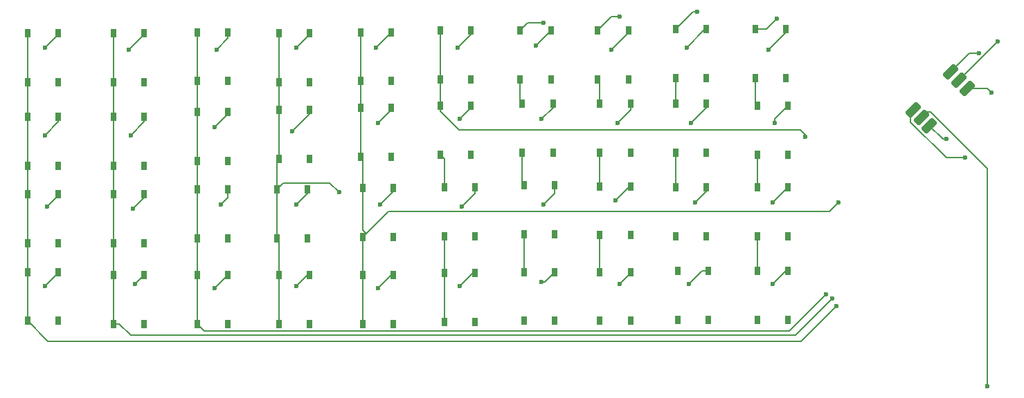
<source format=gtl>
%TF.GenerationSoftware,KiCad,Pcbnew,9.0.1*%
%TF.CreationDate,2025-04-23T13:29:53-06:00*%
%TF.ProjectId,brownberryKeeb,62726f77-6e62-4657-9272-794b6565622e,rev?*%
%TF.SameCoordinates,Original*%
%TF.FileFunction,Copper,L1,Top*%
%TF.FilePolarity,Positive*%
%FSLAX46Y46*%
G04 Gerber Fmt 4.6, Leading zero omitted, Abs format (unit mm)*
G04 Created by KiCad (PCBNEW 9.0.1) date 2025-04-23 13:29:53*
%MOMM*%
%LPD*%
G01*
G04 APERTURE LIST*
G04 Aperture macros list*
%AMRoundRect*
0 Rectangle with rounded corners*
0 $1 Rounding radius*
0 $2 $3 $4 $5 $6 $7 $8 $9 X,Y pos of 4 corners*
0 Add a 4 corners polygon primitive as box body*
4,1,4,$2,$3,$4,$5,$6,$7,$8,$9,$2,$3,0*
0 Add four circle primitives for the rounded corners*
1,1,$1+$1,$2,$3*
1,1,$1+$1,$4,$5*
1,1,$1+$1,$6,$7*
1,1,$1+$1,$8,$9*
0 Add four rect primitives between the rounded corners*
20,1,$1+$1,$2,$3,$4,$5,0*
20,1,$1+$1,$4,$5,$6,$7,0*
20,1,$1+$1,$6,$7,$8,$9,0*
20,1,$1+$1,$8,$9,$2,$3,0*%
G04 Aperture macros list end*
%TA.AperFunction,SMDPad,CuDef*%
%ADD10R,0.750000X1.000000*%
%TD*%
%TA.AperFunction,SMDPad,CuDef*%
%ADD11RoundRect,0.150000X-0.353553X-0.848528X0.848528X0.353553X0.353553X0.848528X-0.848528X-0.353553X0*%
%TD*%
%TA.AperFunction,ViaPad*%
%ADD12C,0.600000*%
%TD*%
%TA.AperFunction,Conductor*%
%ADD13C,0.200000*%
%TD*%
G04 APERTURE END LIST*
D10*
%TO.P,SW20,1,1*%
%TO.N,COL4*%
X137614339Y-122639216D03*
X137614339Y-128639216D03*
%TO.P,SW20,2,2*%
%TO.N,Net-(D35-A)*%
X141364339Y-122639216D03*
X141364339Y-128639216D03*
%TD*%
%TO.P,SW31,1,1*%
%TO.N,COL7*%
X166614339Y-111764215D03*
X166614339Y-117764215D03*
%TO.P,SW31,2,2*%
%TO.N,Net-(D28-A)*%
X170364339Y-111764215D03*
X170364339Y-117764215D03*
%TD*%
%TO.P,SW24,1,1*%
%TO.N,COL5*%
X147614340Y-122389215D03*
X147614340Y-128389215D03*
%TO.P,SW24,2,2*%
%TO.N,Net-(D36-A)*%
X151364340Y-122389215D03*
X151364340Y-128389215D03*
%TD*%
%TO.P,SW29,1,1*%
%TO.N,COL7*%
X166364341Y-92639216D03*
X166364341Y-98639216D03*
%TO.P,SW29,2,2*%
%TO.N,Net-(D8-A)*%
X170114341Y-92639216D03*
X170114341Y-98639216D03*
%TD*%
%TO.P,SW33,1,1*%
%TO.N,COL8*%
X175864340Y-92514215D03*
X175864340Y-98514215D03*
%TO.P,SW33,2,2*%
%TO.N,Net-(D9-A)*%
X179614340Y-92514215D03*
X179614340Y-98514215D03*
%TD*%
%TO.P,SW34,1,1*%
%TO.N,COL8*%
X175864340Y-101639216D03*
X175864340Y-107639216D03*
%TO.P,SW34,2,2*%
%TO.N,Net-(D19-A)*%
X179614340Y-101639216D03*
X179614340Y-107639216D03*
%TD*%
%TO.P,SW19,1,1*%
%TO.N,COL4*%
X137614342Y-112014215D03*
X137614342Y-118014215D03*
%TO.P,SW19,2,2*%
%TO.N,Net-(D25-A)*%
X141364342Y-112014215D03*
X141364342Y-118014215D03*
%TD*%
%TO.P,SW5,1,1*%
%TO.N,COL1*%
X107114340Y-93014216D03*
X107114340Y-99014216D03*
%TO.P,SW5,2,2*%
%TO.N,Net-(D2-A)*%
X110864340Y-93014216D03*
X110864340Y-99014216D03*
%TD*%
%TO.P,SW3,1,1*%
%TO.N,COL0*%
X96614342Y-112764215D03*
X96614342Y-118764215D03*
%TO.P,SW3,2,2*%
%TO.N,Net-(D21-A)*%
X100364342Y-112764215D03*
X100364342Y-118764215D03*
%TD*%
%TO.P,SW23,1,1*%
%TO.N,COL5*%
X147614340Y-111889216D03*
X147614340Y-117889216D03*
%TO.P,SW23,2,2*%
%TO.N,Net-(D26-A)*%
X151364340Y-111889216D03*
X151364340Y-117889216D03*
%TD*%
%TO.P,SW16,1,1*%
%TO.N,COL3*%
X127364342Y-122639215D03*
X127364342Y-128639215D03*
%TO.P,SW16,2,2*%
%TO.N,Net-(D34-A)*%
X131114342Y-122639215D03*
X131114342Y-128639215D03*
%TD*%
%TO.P,SW38,1,1*%
%TO.N,COL9*%
X185864339Y-101889215D03*
X185864339Y-107889215D03*
%TO.P,SW38,2,2*%
%TO.N,Net-(D20-A)*%
X189614339Y-101889215D03*
X189614339Y-107889215D03*
%TD*%
%TO.P,SW37,1,1*%
%TO.N,COL9*%
X185614339Y-92514215D03*
X185614339Y-98514215D03*
%TO.P,SW37,2,2*%
%TO.N,Net-(D10-A)*%
X189364339Y-92514215D03*
X189364339Y-98514215D03*
%TD*%
%TO.P,SW17,1,1*%
%TO.N,COL4*%
X137364340Y-92889215D03*
X137364340Y-98889215D03*
%TO.P,SW17,2,2*%
%TO.N,Net-(D5-A)*%
X141114340Y-92889215D03*
X141114340Y-98889215D03*
%TD*%
%TO.P,SW35,1,1*%
%TO.N,COL8*%
X175864340Y-111889217D03*
X175864340Y-117889217D03*
%TO.P,SW35,2,2*%
%TO.N,Net-(D29-A)*%
X179614340Y-111889217D03*
X179614340Y-117889217D03*
%TD*%
%TO.P,SW27,1,1*%
%TO.N,COL6*%
X157364341Y-111639214D03*
X157364341Y-117639214D03*
%TO.P,SW27,2,2*%
%TO.N,Net-(D27-A)*%
X161114341Y-111639214D03*
X161114341Y-117639214D03*
%TD*%
%TO.P,SW15,1,1*%
%TO.N,COL3*%
X127114338Y-112139217D03*
X127114338Y-118139217D03*
%TO.P,SW15,2,2*%
%TO.N,Net-(D24-A)*%
X130864338Y-112139217D03*
X130864338Y-118139217D03*
%TD*%
%TO.P,SW36,1,1*%
%TO.N,COL8*%
X176114342Y-122139215D03*
X176114342Y-128139215D03*
%TO.P,SW36,2,2*%
%TO.N,Net-(D39-A)*%
X179864342Y-122139215D03*
X179864342Y-128139215D03*
%TD*%
%TO.P,SW18,1,1*%
%TO.N,COL4*%
X137364339Y-102139216D03*
X137364339Y-108139216D03*
%TO.P,SW18,2,2*%
%TO.N,Net-(D15-A)*%
X141114339Y-102139216D03*
X141114339Y-108139216D03*
%TD*%
%TO.P,SW22,1,1*%
%TO.N,COL5*%
X147114340Y-101889215D03*
X147114340Y-107889215D03*
%TO.P,SW22,2,2*%
%TO.N,Net-(D16-A)*%
X150864340Y-101889215D03*
X150864340Y-107889215D03*
%TD*%
%TO.P,SW7,1,1*%
%TO.N,COL1*%
X107114340Y-112764216D03*
X107114340Y-118764216D03*
%TO.P,SW7,2,2*%
%TO.N,Net-(D22-A)*%
X110864340Y-112764216D03*
X110864340Y-118764216D03*
%TD*%
%TO.P,SW32,1,1*%
%TO.N,COL7*%
X166614340Y-122264216D03*
X166614340Y-128264216D03*
%TO.P,SW32,2,2*%
%TO.N,Net-(D38-A)*%
X170364340Y-122264216D03*
X170364340Y-128264216D03*
%TD*%
%TO.P,SW21,1,1*%
%TO.N,COL5*%
X147114340Y-92639216D03*
X147114340Y-98639216D03*
%TO.P,SW21,2,2*%
%TO.N,Net-(D6-A)*%
X150864340Y-92639216D03*
X150864340Y-98639216D03*
%TD*%
%TO.P,SW2,1,1*%
%TO.N,COL0*%
X96614340Y-103264215D03*
X96614340Y-109264215D03*
%TO.P,SW2,2,2*%
%TO.N,Net-(D11-A)*%
X100364340Y-103264215D03*
X100364340Y-109264215D03*
%TD*%
%TO.P,SW8,1,1*%
%TO.N,COL1*%
X107114339Y-122639216D03*
X107114339Y-128639216D03*
%TO.P,SW8,2,2*%
%TO.N,Net-(D32-A)*%
X110864339Y-122639216D03*
X110864339Y-128639216D03*
%TD*%
%TO.P,SW4,1,1*%
%TO.N,COL0*%
X96614340Y-122264216D03*
X96614340Y-128264216D03*
%TO.P,SW4,2,2*%
%TO.N,Net-(D31-A)*%
X100364340Y-122264216D03*
X100364340Y-128264216D03*
%TD*%
%TO.P,SW25,1,1*%
%TO.N,COL6*%
X156864342Y-92639217D03*
X156864342Y-98639217D03*
%TO.P,SW25,2,2*%
%TO.N,Net-(D7-A)*%
X160614342Y-92639217D03*
X160614342Y-98639217D03*
%TD*%
%TO.P,SW11,1,1*%
%TO.N,COL2*%
X117364339Y-112139215D03*
X117364339Y-118139215D03*
%TO.P,SW11,2,2*%
%TO.N,Net-(D23-A)*%
X121114339Y-112139215D03*
X121114339Y-118139215D03*
%TD*%
%TO.P,SW12,1,1*%
%TO.N,COL2*%
X117364340Y-122639216D03*
X117364340Y-128639216D03*
%TO.P,SW12,2,2*%
%TO.N,Net-(D33-A)*%
X121114340Y-122639216D03*
X121114340Y-128639216D03*
%TD*%
%TO.P,SW10,1,1*%
%TO.N,COL2*%
X117364339Y-102639217D03*
X117364339Y-108639217D03*
%TO.P,SW10,2,2*%
%TO.N,Net-(D13-A)*%
X121114339Y-102639217D03*
X121114339Y-108639217D03*
%TD*%
%TO.P,SW40,1,1*%
%TO.N,COL9*%
X185864339Y-122139215D03*
X185864339Y-128139215D03*
%TO.P,SW40,2,2*%
%TO.N,Net-(D40-A)*%
X189614339Y-122139215D03*
X189614339Y-128139215D03*
%TD*%
%TO.P,SW28,1,1*%
%TO.N,COL6*%
X157364338Y-122264216D03*
X157364338Y-128264216D03*
%TO.P,SW28,2,2*%
%TO.N,Net-(D37-A)*%
X161114338Y-122264216D03*
X161114338Y-128264216D03*
%TD*%
%TO.P,SW13,1,1*%
%TO.N,COL3*%
X127364342Y-93014217D03*
X127364342Y-99014217D03*
%TO.P,SW13,2,2*%
%TO.N,Net-(D4-A)*%
X131114342Y-93014217D03*
X131114342Y-99014217D03*
%TD*%
%TO.P,SW1,1,1*%
%TO.N,COL0*%
X96614341Y-93014216D03*
X96614341Y-99014216D03*
%TO.P,SW1,2,2*%
%TO.N,Net-(D1-A)*%
X100364341Y-93014216D03*
X100364341Y-99014216D03*
%TD*%
%TO.P,SW26,1,1*%
%TO.N,COL6*%
X157114340Y-101639216D03*
X157114340Y-107639216D03*
%TO.P,SW26,2,2*%
%TO.N,Net-(D17-A)*%
X160864340Y-101639216D03*
X160864340Y-107639216D03*
%TD*%
%TO.P,SW9,1,1*%
%TO.N,COL2*%
X117364341Y-92889215D03*
X117364341Y-98889215D03*
%TO.P,SW9,2,2*%
%TO.N,Net-(D3-A)*%
X121114341Y-92889215D03*
X121114341Y-98889215D03*
%TD*%
%TO.P,SW14,1,1*%
%TO.N,COL3*%
X127364340Y-102389215D03*
X127364340Y-108389215D03*
%TO.P,SW14,2,2*%
%TO.N,Net-(D14-A)*%
X131114340Y-102389215D03*
X131114340Y-108389215D03*
%TD*%
D11*
%TO.P,SW41,1*%
%TO.N,west*%
X204923907Y-102366295D03*
%TO.P,SW41,2,comm*%
%TO.N,+5V*%
X205913857Y-103356244D03*
%TO.P,SW41,3*%
%TO.N,south*%
X206903806Y-104346194D03*
%TO.P,SW41,4*%
%TO.N,east*%
X211500000Y-99750000D03*
%TO.P,SW41,5,push*%
%TO.N,push*%
X210510051Y-98760050D03*
%TO.P,SW41,6*%
%TO.N,north*%
X209520101Y-97770101D03*
%TD*%
D10*
%TO.P,SW39,1,1*%
%TO.N,COL9*%
X185864339Y-111889216D03*
X185864339Y-117889216D03*
%TO.P,SW39,2,2*%
%TO.N,Net-(D30-A)*%
X189614339Y-111889216D03*
X189614339Y-117889216D03*
%TD*%
%TO.P,SW30,1,1*%
%TO.N,COL7*%
X166614339Y-101639216D03*
X166614339Y-107639216D03*
%TO.P,SW30,2,2*%
%TO.N,Net-(D18-A)*%
X170364339Y-101639216D03*
X170364339Y-107639216D03*
%TD*%
%TO.P,SW6,1,1*%
%TO.N,COL1*%
X107114340Y-103264215D03*
X107114340Y-109264215D03*
%TO.P,SW6,2,2*%
%TO.N,Net-(D12-A)*%
X110864340Y-103264215D03*
X110864340Y-109264215D03*
%TD*%
D12*
%TO.N,Net-(D1-A)*%
X98750000Y-94750000D03*
%TO.N,Net-(D2-A)*%
X109000000Y-95000000D03*
%TO.N,Net-(D3-A)*%
X119750000Y-95000000D03*
%TO.N,Net-(D4-A)*%
X129500000Y-94750000D03*
%TO.N,Net-(D5-A)*%
X139250000Y-94750000D03*
%TO.N,Net-(D6-A)*%
X149250000Y-94750000D03*
%TO.N,Net-(D7-A)*%
X158750000Y-94500000D03*
%TO.N,Net-(D8-A)*%
X168000000Y-95000000D03*
%TO.N,Net-(D9-A)*%
X177250000Y-94750000D03*
%TO.N,Net-(D10-A)*%
X187250000Y-95000000D03*
%TO.N,Net-(D11-A)*%
X98750000Y-105500000D03*
%TO.N,Net-(D12-A)*%
X109250000Y-105500000D03*
%TO.N,Net-(D13-A)*%
X119500000Y-104500000D03*
%TO.N,Net-(D14-A)*%
X129000000Y-105000000D03*
%TO.N,Net-(D15-A)*%
X139500000Y-104000000D03*
%TO.N,Net-(D16-A)*%
X149500000Y-103500000D03*
%TO.N,Net-(D17-A)*%
X159500000Y-103500000D03*
%TO.N,Net-(D18-A)*%
X168750000Y-104000000D03*
%TO.N,Net-(D19-A)*%
X177750000Y-104000000D03*
%TO.N,Net-(D20-A)*%
X188000000Y-104000000D03*
%TO.N,Net-(D21-A)*%
X99000000Y-114250000D03*
%TO.N,Net-(D22-A)*%
X109500000Y-114500000D03*
%TO.N,Net-(D23-A)*%
X120250000Y-114000000D03*
%TO.N,Net-(D24-A)*%
X129500000Y-114000000D03*
%TO.N,Net-(D25-A)*%
X139750000Y-114000000D03*
%TO.N,Net-(D26-A)*%
X149750000Y-114250000D03*
%TO.N,Net-(D27-A)*%
X159750000Y-114000000D03*
%TO.N,Net-(D28-A)*%
X168500000Y-113500000D03*
%TO.N,Net-(D29-A)*%
X178250000Y-113750000D03*
%TO.N,Net-(D30-A)*%
X187750000Y-113750000D03*
%TO.N,Net-(D31-A)*%
X98750000Y-124000000D03*
%TO.N,Net-(D32-A)*%
X109750000Y-123750000D03*
%TO.N,Net-(D33-A)*%
X119500000Y-124250000D03*
%TO.N,Net-(D34-A)*%
X129500000Y-124000000D03*
%TO.N,Net-(D35-A)*%
X139500000Y-124250000D03*
%TO.N,Net-(D36-A)*%
X149500000Y-124000000D03*
%TO.N,Net-(D37-A)*%
X159500000Y-123500000D03*
%TO.N,Net-(D38-A)*%
X169000000Y-123750000D03*
%TO.N,Net-(D39-A)*%
X177500000Y-123750000D03*
%TO.N,Net-(D40-A)*%
X187750000Y-123750000D03*
%TO.N,COL0*%
X195520740Y-126479260D03*
%TO.N,COL1*%
X195000000Y-125500000D03*
%TO.N,COL2*%
X194250000Y-125000000D03*
%TO.N,COL3*%
X134750000Y-112500000D03*
%TO.N,COL4*%
X195750000Y-113750000D03*
%TO.N,COL5*%
X191750000Y-105750000D03*
%TO.N,COL6*%
X159747015Y-91750000D03*
%TO.N,COL7*%
X169000000Y-91000000D03*
%TO.N,COL8*%
X178500000Y-90400000D03*
%TO.N,COL9*%
X188250000Y-91250000D03*
%TO.N,north*%
X212960786Y-95460786D03*
%TO.N,east*%
X214500000Y-100250000D03*
%TO.N,west*%
X211250000Y-108250000D03*
%TO.N,push*%
X215250000Y-94000000D03*
%TO.N,+5V*%
X214000000Y-136250000D03*
%TO.N,south*%
X209000000Y-106000000D03*
%TD*%
D13*
%TO.N,Net-(D1-A)*%
X100364341Y-93135659D02*
X100364341Y-93014216D01*
X98750000Y-94750000D02*
X100364341Y-93135659D01*
%TO.N,Net-(D2-A)*%
X110864340Y-93135660D02*
X110864340Y-93014216D01*
X109000000Y-95000000D02*
X110864340Y-93135660D01*
%TO.N,Net-(D3-A)*%
X121114341Y-93635659D02*
X121114341Y-92889215D01*
X119750000Y-95000000D02*
X121114341Y-93635659D01*
%TO.N,Net-(D4-A)*%
X129500000Y-94750000D02*
X131114342Y-93135658D01*
X131114342Y-93135658D02*
X131114342Y-93014217D01*
%TO.N,Net-(D5-A)*%
X139250000Y-94750000D02*
X141110785Y-92889215D01*
X141110785Y-92889215D02*
X141114340Y-92889215D01*
%TO.N,Net-(D6-A)*%
X150864340Y-93135660D02*
X150864340Y-92639216D01*
X149250000Y-94750000D02*
X150864340Y-93135660D01*
%TO.N,Net-(D7-A)*%
X160610783Y-92639217D02*
X160614342Y-92639217D01*
X158750000Y-94500000D02*
X160610783Y-92639217D01*
%TO.N,Net-(D8-A)*%
X170114341Y-92885659D02*
X170114341Y-92639216D01*
X168000000Y-95000000D02*
X170114341Y-92885659D01*
%TO.N,Net-(D9-A)*%
X177250000Y-94750000D02*
X179485785Y-92514215D01*
X179485785Y-92514215D02*
X179614340Y-92514215D01*
%TO.N,Net-(D10-A)*%
X189364339Y-92885661D02*
X189364339Y-92514215D01*
X187250000Y-95000000D02*
X189364339Y-92885661D01*
%TO.N,Net-(D11-A)*%
X100364340Y-103885660D02*
X100364340Y-103264215D01*
X98750000Y-105500000D02*
X100364340Y-103885660D01*
%TO.N,Net-(D12-A)*%
X109250000Y-105500000D02*
X110864340Y-103885660D01*
X110864340Y-103885660D02*
X110864340Y-103264215D01*
%TO.N,Net-(D13-A)*%
X119500000Y-104500000D02*
X121114339Y-102885661D01*
X121114339Y-102885661D02*
X121114339Y-102639217D01*
%TO.N,Net-(D14-A)*%
X131114340Y-102885660D02*
X131114340Y-102389215D01*
X129000000Y-105000000D02*
X131114340Y-102885660D01*
%TO.N,Net-(D15-A)*%
X139500000Y-104000000D02*
X141114339Y-102385661D01*
X141114339Y-102385661D02*
X141114339Y-102139216D01*
%TO.N,Net-(D16-A)*%
X149500000Y-103500000D02*
X150864340Y-102135660D01*
X150864340Y-102135660D02*
X150864340Y-101889215D01*
%TO.N,Net-(D17-A)*%
X160864340Y-102135660D02*
X159500000Y-103500000D01*
X160864340Y-101639216D02*
X160864340Y-102135660D01*
%TO.N,Net-(D18-A)*%
X170364339Y-102385661D02*
X170364339Y-101639216D01*
X168750000Y-104000000D02*
X170364339Y-102385661D01*
%TO.N,Net-(D19-A)*%
X179614340Y-102135660D02*
X179614340Y-101639216D01*
X177750000Y-104000000D02*
X179614340Y-102135660D01*
%TO.N,Net-(D20-A)*%
X188000000Y-103503554D02*
X189614339Y-101889215D01*
X188000000Y-104000000D02*
X188000000Y-103503554D01*
%TO.N,Net-(D21-A)*%
X100364342Y-112885658D02*
X100364342Y-112764215D01*
X99000000Y-114250000D02*
X100364342Y-112885658D01*
%TO.N,Net-(D22-A)*%
X110864340Y-113135660D02*
X110864340Y-112764216D01*
X109500000Y-114500000D02*
X110864340Y-113135660D01*
%TO.N,Net-(D23-A)*%
X120250000Y-114000000D02*
X121114339Y-113135661D01*
X121114339Y-113135661D02*
X121114339Y-112139215D01*
%TO.N,Net-(D24-A)*%
X129500000Y-114000000D02*
X130864338Y-112635662D01*
X130864338Y-112635662D02*
X130864338Y-112139217D01*
%TO.N,Net-(D25-A)*%
X141364342Y-112385658D02*
X141364342Y-112014215D01*
X139750000Y-114000000D02*
X141364342Y-112385658D01*
%TO.N,Net-(D26-A)*%
X151364340Y-112635660D02*
X151364340Y-111889216D01*
X149750000Y-114250000D02*
X151364340Y-112635660D01*
%TO.N,Net-(D27-A)*%
X161114341Y-112635659D02*
X161114341Y-111639214D01*
X159750000Y-114000000D02*
X161114341Y-112635659D01*
%TO.N,Net-(D28-A)*%
X170235785Y-111764215D02*
X170364339Y-111764215D01*
X168500000Y-113500000D02*
X170235785Y-111764215D01*
%TO.N,Net-(D29-A)*%
X178250000Y-113750000D02*
X179614340Y-112385660D01*
X179614340Y-112385660D02*
X179614340Y-111889217D01*
%TO.N,Net-(D30-A)*%
X187750000Y-113750000D02*
X189610784Y-111889216D01*
X189610784Y-111889216D02*
X189614339Y-111889216D01*
%TO.N,Net-(D31-A)*%
X98750000Y-124000000D02*
X100364340Y-122385660D01*
X100364340Y-122385660D02*
X100364340Y-122264216D01*
%TO.N,Net-(D32-A)*%
X109753555Y-123750000D02*
X110864339Y-122639216D01*
X109750000Y-123750000D02*
X109753555Y-123750000D01*
%TO.N,Net-(D33-A)*%
X119500000Y-124250000D02*
X121110784Y-122639216D01*
X121110784Y-122639216D02*
X121114340Y-122639216D01*
%TO.N,Net-(D34-A)*%
X130860785Y-122639215D02*
X131114342Y-122639215D01*
X129500000Y-124000000D02*
X130860785Y-122639215D01*
%TO.N,Net-(D35-A)*%
X141110784Y-122639216D02*
X141364339Y-122639216D01*
X139500000Y-124250000D02*
X141110784Y-122639216D01*
%TO.N,Net-(D36-A)*%
X151110785Y-122389215D02*
X151364340Y-122389215D01*
X149500000Y-124000000D02*
X151110785Y-122389215D01*
%TO.N,Net-(D37-A)*%
X159878554Y-123500000D02*
X161114338Y-122264216D01*
X159500000Y-123500000D02*
X159878554Y-123500000D01*
%TO.N,Net-(D38-A)*%
X170364340Y-122385660D02*
X170364340Y-122264216D01*
X169000000Y-123750000D02*
X170364340Y-122385660D01*
%TO.N,Net-(D39-A)*%
X179110785Y-122139215D02*
X179864342Y-122139215D01*
X177500000Y-123750000D02*
X179110785Y-122139215D01*
%TO.N,Net-(D40-A)*%
X187750000Y-123750000D02*
X189360785Y-122139215D01*
X189360785Y-122139215D02*
X189614339Y-122139215D01*
%TO.N,COL0*%
X191250000Y-130750000D02*
X99100124Y-130750000D01*
X96614340Y-122264216D02*
X96614340Y-128264216D01*
X96614341Y-99014216D02*
X96614340Y-103264215D01*
X96614342Y-118764215D02*
X96614342Y-122264214D01*
X195520740Y-126479260D02*
X191250000Y-130750000D01*
X96614341Y-93014216D02*
X96614341Y-99014216D01*
X96614340Y-109264215D02*
X96614340Y-112764213D01*
X96614340Y-112764213D02*
X96614342Y-112764215D01*
X96614340Y-103264215D02*
X96614340Y-109264215D01*
X99100124Y-130750000D02*
X96614340Y-128264216D01*
X96614342Y-122264214D02*
X96614340Y-122264216D01*
X96614342Y-112764215D02*
X96614342Y-118764215D01*
%TO.N,COL1*%
X195000000Y-125500000D02*
X190500000Y-130000000D01*
X107114340Y-99014216D02*
X107114340Y-93014216D01*
X107114339Y-122639216D02*
X107114340Y-118764216D01*
X107114340Y-118764216D02*
X107114340Y-112764216D01*
X107114339Y-128639216D02*
X107114339Y-122639216D01*
X190500000Y-130000000D02*
X109221568Y-130000000D01*
X107114340Y-109264215D02*
X107114340Y-103264215D01*
X107860784Y-128639216D02*
X107114339Y-128639216D01*
X107114340Y-112764216D02*
X107114340Y-109264215D01*
X109221568Y-130000000D02*
X107860784Y-128639216D01*
X107114340Y-99014216D02*
X107114340Y-103264215D01*
%TO.N,COL2*%
X117364339Y-102000002D02*
X117364339Y-108639217D01*
X117364340Y-122639216D02*
X117364340Y-128639216D01*
X117364341Y-92889215D02*
X117364341Y-98889215D01*
X194250000Y-125000000D02*
X189750000Y-129500000D01*
X117364341Y-102000000D02*
X117364341Y-102639215D01*
X117364341Y-102639215D02*
X117364339Y-102639217D01*
X117364339Y-108639217D02*
X117364339Y-112139215D01*
X117364339Y-112139215D02*
X117364339Y-118139215D01*
X117364339Y-118139215D02*
X117364340Y-122639216D01*
X117364341Y-98889215D02*
X117364341Y-102000000D01*
X117364341Y-102000000D02*
X117364339Y-102000002D01*
X118225124Y-129500000D02*
X117364340Y-128639216D01*
X189750000Y-129500000D02*
X118225124Y-129500000D01*
%TO.N,COL3*%
X127114338Y-112139217D02*
X127114338Y-108639217D01*
X127364342Y-122639215D02*
X127364342Y-118389221D01*
X127114338Y-118139217D02*
X127114338Y-112139217D01*
X134750000Y-112500000D02*
X133588217Y-111338217D01*
X127364342Y-118389221D02*
X127114338Y-118139217D01*
X127915338Y-111338217D02*
X127114338Y-112139217D01*
X133588217Y-111338217D02*
X127915338Y-111338217D01*
X127364342Y-128639215D02*
X127364342Y-122639215D01*
X127364340Y-108389215D02*
X127364340Y-102389215D01*
X127114338Y-108639217D02*
X127364340Y-108389215D01*
X127364340Y-102389215D02*
X127364340Y-99014219D01*
X127364342Y-99014217D02*
X127364342Y-93014217D01*
X127364340Y-99014219D02*
X127364342Y-99014217D01*
%TO.N,COL4*%
X195750000Y-113750000D02*
X194649000Y-114851000D01*
X194649000Y-114851000D02*
X140777557Y-114851000D01*
X137364340Y-92889215D02*
X137364340Y-98889215D01*
X138064279Y-117564279D02*
X137614342Y-118014215D01*
X137614342Y-117114342D02*
X138064279Y-117564279D01*
X137364340Y-98889215D02*
X137364339Y-102139216D01*
X137364339Y-102139216D02*
X137364339Y-108139216D01*
X137614339Y-122639216D02*
X137614339Y-128639216D01*
X137614342Y-108389219D02*
X137364339Y-108139216D01*
X137614342Y-122639213D02*
X137614339Y-122639216D01*
X137614342Y-118014215D02*
X137614342Y-122639213D01*
X137614342Y-112014215D02*
X137614342Y-108389219D01*
X140777557Y-114851000D02*
X138064279Y-117564279D01*
X137614342Y-112014215D02*
X137614342Y-117114342D01*
%TO.N,COL5*%
X191750000Y-105452000D02*
X191149000Y-104851000D01*
X147614340Y-117889216D02*
X147614340Y-122389215D01*
X147614340Y-111889216D02*
X147614340Y-108389215D01*
X147114340Y-102589215D02*
X147114340Y-101889215D01*
X147614340Y-128389215D02*
X147614340Y-122389215D01*
X147114340Y-98639216D02*
X147114340Y-92639216D01*
X147614340Y-108389215D02*
X147114340Y-107889215D01*
X191149000Y-104851000D02*
X149376125Y-104851000D01*
X149376125Y-104851000D02*
X147114340Y-102589215D01*
X147114340Y-101889215D02*
X147114340Y-98639216D01*
X191750000Y-105750000D02*
X191750000Y-105452000D01*
%TO.N,COL6*%
X156864342Y-98639217D02*
X156864342Y-101389218D01*
X156864342Y-101389218D02*
X157114340Y-101639216D01*
X159747015Y-91750000D02*
X157753559Y-91750000D01*
X157364341Y-117639214D02*
X157364341Y-122264213D01*
X157364341Y-122264213D02*
X157364338Y-122264216D01*
X157114340Y-107639216D02*
X157114340Y-111389213D01*
X157753559Y-91750000D02*
X156864342Y-92639217D01*
X157114340Y-111389213D02*
X157364341Y-111639214D01*
%TO.N,COL7*%
X166614339Y-98889214D02*
X166364341Y-98639216D01*
X166614339Y-111764215D02*
X166614339Y-107639216D01*
X168003557Y-91000000D02*
X166364341Y-92639216D01*
X166614339Y-101639216D02*
X166614339Y-98889214D01*
X169000000Y-91000000D02*
X168003557Y-91000000D01*
X166614340Y-122264216D02*
X166614339Y-117764215D01*
%TO.N,COL8*%
X175864340Y-98514215D02*
X175864340Y-101639216D01*
X178500000Y-90400000D02*
X177978555Y-90400000D01*
X177978555Y-90400000D02*
X175864340Y-92514215D01*
X175864340Y-107639216D02*
X175864340Y-111889217D01*
%TO.N,COL9*%
X185864339Y-107889215D02*
X185864339Y-111889216D01*
X185864339Y-117889216D02*
X185864339Y-122139215D01*
X186985785Y-92514215D02*
X185614339Y-92514215D01*
X185614339Y-98514215D02*
X185614339Y-101639215D01*
X185614339Y-101639215D02*
X185864339Y-101889215D01*
X188250000Y-91250000D02*
X186985785Y-92514215D01*
%TO.N,north*%
X211829416Y-95460786D02*
X212960786Y-95460786D01*
X209520101Y-97770101D02*
X211829416Y-95460786D01*
%TO.N,east*%
X211500000Y-99750000D02*
X214000000Y-99750000D01*
X214000000Y-99750000D02*
X214500000Y-100250000D01*
%TO.N,west*%
X204923907Y-102366295D02*
X204611390Y-102678812D01*
X204611390Y-103893669D02*
X208967721Y-108250000D01*
X204611390Y-102678812D02*
X204611390Y-103893669D01*
X208967721Y-108250000D02*
X211250000Y-108250000D01*
%TO.N,push*%
X214250000Y-95000000D02*
X214250000Y-95020101D01*
X214250000Y-95020101D02*
X210510051Y-98760050D01*
X215250000Y-94000000D02*
X214250000Y-95000000D01*
%TO.N,+5V*%
X206620963Y-102649138D02*
X207046642Y-102649138D01*
X207046642Y-102649138D02*
X214000000Y-109602496D01*
X214000000Y-109602496D02*
X214000000Y-136250000D01*
X205913857Y-103356244D02*
X206620963Y-102649138D01*
%TO.N,south*%
X208557612Y-106000000D02*
X209000000Y-106000000D01*
X206903806Y-104346194D02*
X208557612Y-106000000D01*
%TD*%
M02*

</source>
